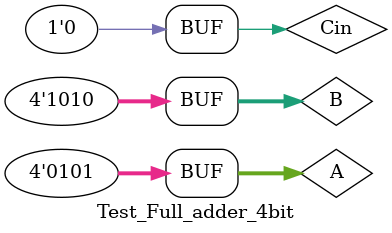
<source format=v>
`timescale 1ns / 1ps


module Test_Full_adder_4bit;

	// Inputs
	reg [3:0] A;
	reg [3:0] B;
	reg Cin;

	// Outputs
	wire [3:0] Sum;
	wire Cout;

	// Instantiate the Unit Under Test (UUT)
	Full_adder_4bit uut (
		.A(A), 
		.B(B), 
		.Cin(Cin), 
		.Sum(Sum), 
		.Cout(Cout)
	);

	initial begin
		// Initialize Inputs
		A = 0;
		B = 0;
		Cin = 0;

		// Wait 100 ns for global reset to finish
		#100;
		A = 3;
		B = 4;
		// Wait 100 ns for global reset to finish
				#100;
		A = 9;
		B = 6;
		
		#100;
		A = 7;
		B = 9;
		#100;
		A = 1;
		B = 5;
		#100;
		A = 15;
		B = 15;
		#100;
		A = 7;
		B = 7;
		#100;
		A = 15;
		B = 1;
		#100;
		A = 5;
		B = 10;
		#100;
        
		// Add stimulus here

	end
      
endmodule


</source>
